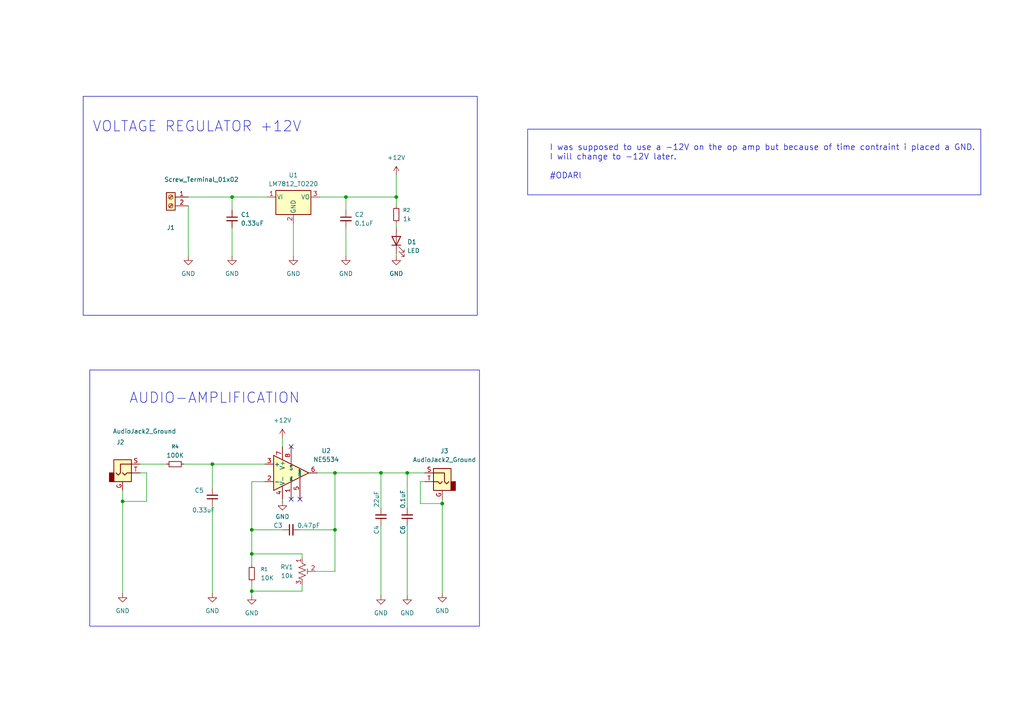
<source format=kicad_sch>
(kicad_sch (version 20250114) (generator "eeschema") (generator_version "9.0")
  (paper "A4")
  (title_block (title "AudioAmplifierPCB") (date "2025-10-19") (company "ODARI-DESIGNS"))
  (lib_symbols
    (symbol "Amplifier_Operational:NE5534" (pin_names (offset 0.127))
      (property "Reference" "U" (at 1.27 6.35 0))
      (property "Value" "NE5534" (at 1.27 3.81 0))
      (symbol "NE5534_0_1"
        (polyline (pts (xy -5.08 5.08) (xy 5.08 0) (xy -5.08 -5.08) (xy -5.08 5.08)) (stroke (width 0.254)) (fill (type background)))
      )
      (symbol "NE5534_1_1"
        (pin input line (at -7.62 2.54 0) (length 2.54) (name "+") (number "3"))
        (pin input line (at -7.62 -2.54 0) (length 2.54) (name "-") (number "2"))
        (pin power_in line (at -2.54 7.62 270) (length 3.81) (name "V+") (number "7"))
        (pin power_in line (at -2.54 -7.62 90) (length 3.81) (name "V-") (number "4"))
        (pin input line (at 0 7.62 270) (length 5.08) (name "C/B") (number "8"))
        (pin input line (at 0 -7.62 90) (length 5.08) (name "BAL") (number "1"))
        (pin input line (at 2.54 -7.62 90) (length 6.35) (name "COMP") (number "5"))
        (pin output line (at 7.62 0 180) (length 2.54) (name "~") (number "6"))
      )
    )
    (symbol "Connector:Screw_Terminal_01x02" (pin_names (offset 1.016) (hide yes))
      (property "Reference" "J" (at 0 2.54 0))
      (property "Value" "Screw_Terminal_01x02" (at 0 -5.08 0))
      (symbol "Screw_Terminal_01x02_1_1"
        (rectangle (start -1.27 1.27) (end 1.27 -3.81) (stroke (width 0.254)) (fill (type background)))
        (polyline (pts (xy -0.5334 0.3302) (xy 0.3302 -0.508)) (stroke (width 0.1524)))
        (polyline (pts (xy -0.5334 -2.2098) (xy 0.3302 -3.048)) (stroke (width 0.1524)))
        (polyline (pts (xy -0.3556 0.508) (xy 0.508 -0.3302)) (stroke (width 0.1524)))
        (polyline (pts (xy -0.3556 -2.032) (xy 0.508 -2.8702)) (stroke (width 0.1524)))
        (circle (center 0 0) (radius 0.635) (stroke (width 0.1524)))
        (circle (center 0 -2.54) (radius 0.635) (stroke (width 0.1524)))
        (pin passive line (at -5.08 0 0) (length 3.81) (name "Pin_1") (number "1"))
        (pin passive line (at -5.08 -2.54 0) (length 3.81) (name "Pin_2") (number "2"))
      )
    )
    (symbol "Connector_Audio:AudioJack2_Ground"
      (property "Reference" "J" (at 0 8.89 0))
      (property "Value" "AudioJack2_Ground" (at 0 6.35 0))
      (symbol "AudioJack2_Ground_0_1"
        (rectangle (start -2.54 -2.54) (end -3.81 0) (stroke (width 0.254)) (fill (type outline)))
        (polyline (pts (xy 0 0) (xy 0.635 -0.635) (xy 1.27 0) (xy 2.54 0)) (stroke (width 0.254)))
        (rectangle (start 2.54 3.81) (end -2.54 -2.54) (stroke (width 0.254)) (fill (type background)))
        (polyline (pts (xy 2.54 2.54) (xy -0.635 2.54) (xy -0.635 0) (xy -1.27 -0.635) (xy -1.905 0)) (stroke (width 0.254)))
      )
      (symbol "AudioJack2_Ground_1_1"
        (pin passive line (at 0 -5.08 90) (length 2.54) (name "~") (number "G"))
        (pin passive line (at 5.08 2.54 180) (length 2.54) (name "~") (number "S"))
        (pin passive line (at 5.08 0 180) (length 2.54) (name "~") (number "T"))
      )
    )
    (symbol "Device:C_Small" (pin_numbers (hide yes)) (pin_names (offset 0.254) (hide yes))
      (property "Reference" "C" (at 0.254 1.778 0))
      (property "Value" "C_Small" (at 0.254 -2.032 0))
      (symbol "C_Small_0_1"
        (polyline (pts (xy -1.524 0.508) (xy 1.524 0.508)) (stroke (width 0.3048)))
        (polyline (pts (xy -1.524 -0.508) (xy 1.524 -0.508)) (stroke (width 0.3302)))
      )
      (symbol "C_Small_1_1"
        (pin passive line (at 0 2.54 270) (length 2.032) (name "~") (number "1"))
        (pin passive line (at 0 -2.54 90) (length 2.032) (name "~") (number "2"))
      )
    )
    (symbol "Device:LED" (pin_numbers (hide yes)) (pin_names (offset 1.016) (hide yes))
      (property "Reference" "D" (at 0 2.54 0))
      (property "Value" "LED" (at 0 -2.54 0))
      (symbol "LED_0_1"
        (polyline (pts (xy -3.048 -0.762) (xy -4.572 -2.286) (xy -3.81 -2.286) (xy -4.572 -2.286) (xy -4.572 -1.524)))
        (polyline (pts (xy -1.778 -0.762) (xy -3.302 -2.286) (xy -2.54 -2.286) (xy -3.302 -2.286) (xy -3.302 -1.524)))
        (polyline (pts (xy -1.27 0) (xy 1.27 0)))
        (polyline (pts (xy -1.27 -1.27) (xy -1.27 1.27)) (stroke (width 0.254)))
        (polyline (pts (xy 1.27 -1.27) (xy 1.27 1.27) (xy -1.27 0) (xy 1.27 -1.27)) (stroke (width 0.254)))
      )
      (symbol "LED_1_1"
        (pin passive line (at -3.81 0 0) (length 2.54) (name "K") (number "1"))
        (pin passive line (at 3.81 0 180) (length 2.54) (name "A") (number "2"))
      )
    )
    (symbol "Device:R_Potentiometer_Trim_US" (pin_names (offset 1.016) (hide yes))
      (property "Reference" "RV" (at -4.445 0 90))
      (property "Value" "R_Potentiometer_Trim_US" (at -2.54 0 90))
      (symbol "R_Potentiometer_Trim_US_0_1"
        (polyline (pts (xy 0 2.286) (xy 0 2.54)))
        (polyline (pts (xy 0 2.286) (xy 1.016 1.905) (xy 0 1.524) (xy -1.016 1.143) (xy 0 0.762)))
        (polyline (pts (xy 0 0.762) (xy 1.016 0.381) (xy 0 0) (xy -1.016 -0.381) (xy 0 -0.762)))
        (polyline (pts (xy 0 -0.762) (xy 1.016 -1.143) (xy 0 -1.524) (xy -1.016 -1.905) (xy 0 -2.286)))
        (polyline (pts (xy 0 -2.286) (xy 0 -2.54)))
        (polyline (pts (xy 1.524 0.762) (xy 1.524 -0.762)))
        (polyline (pts (xy 2.54 0) (xy 1.524 0)))
      )
      (symbol "R_Potentiometer_Trim_US_1_1"
        (pin passive line (at 0 3.81 270) (length 1.27) (name "1") (number "1"))
        (pin passive line (at 0 -3.81 90) (length 1.27) (name "3") (number "3"))
        (pin passive line (at 3.81 0 180) (length 1.27) (name "2") (number "2"))
      )
    )
    (symbol "Device:R_Small" (pin_numbers (hide yes)) (pin_names (offset 0.254) (hide yes))
      (property "Reference" "R" (at 0 0 90))
      (property "Value" "R_Small" (at 1.778 0 90))
      (symbol "R_Small_0_1"
        (rectangle (start -0.762 1.778) (end 0.762 -1.778) (stroke (width 0.2032)))
      )
      (symbol "R_Small_1_1"
        (pin passive line (at 0 2.54 270) (length 0.762) (name "~") (number "1"))
        (pin passive line (at 0 -2.54 90) (length 0.762) (name "~") (number "2"))
      )
    )
    (symbol "Regulator_Linear:LM7812_TO220" (pin_names (offset 0.254))
      (property "Reference" "U" (at -3.81 3.175 0))
      (property "Value" "LM7812_TO220" (at 0 3.175 0))
      (symbol "LM7812_TO220_0_1"
        (rectangle (start -5.08 1.905) (end 5.08 -5.08) (stroke (width 0.254)) (fill (type background)))
      )
      (symbol "LM7812_TO220_1_1"
        (pin power_in line (at -7.62 0 0) (length 2.54) (name "VI") (number "1"))
        (pin power_in line (at 0 -7.62 90) (length 2.54) (name "GND") (number "2"))
        (pin power_out line (at 7.62 0 180) (length 2.54) (name "VO") (number "3"))
      )
    )
    (symbol "power:+12V" (power) (pin_numbers (hide yes)) (pin_names (offset 0) (hide yes))
      (property "Value" "+12V" (at 0 3.556 0))
      (symbol "+12V_0_1"
        (polyline (pts (xy -0.762 1.27) (xy 0 2.54)))
        (polyline (pts (xy 0 2.54) (xy 0.762 1.27)))
        (polyline (pts (xy 0 0) (xy 0 2.54)))
      )
      (symbol "+12V_1_1"
        (pin power_in line (at 0 0 90) (length 0) (name "~") (number "1"))
      )
    )
    (symbol "power:GND" (power) (pin_numbers (hide yes)) (pin_names (offset 0) (hide yes))
      (property "Value" "GND" (at 0 -3.81 0))
      (symbol "GND_0_1"
        (polyline (pts (xy 0 0) (xy 0 -1.27) (xy 1.27 -1.27) (xy 0 -2.54) (xy -1.27 -1.27) (xy 0 -1.27)))
      )
      (symbol "GND_1_1"
        (pin power_in line (at 0 0 270) (length 0) (name "~") (number "1"))
      )
    )
  )
  (rectangle (start 24.13 27.94) (end 138.43 91.44))
  (rectangle (start 26.035 107.315) (end 139.065 181.61))
  (rectangle (start 153.035 37.465) (end 284.48 56.515))
  (text "I was supposed to use a -12V on the op amp but because of time contraint i placed a GND. \nI will change to -12V later.\n\n#ODARI\n" (at 159.385 46.99 0) (effects (font (size 1.7 1.7)) (justify left)))
  (text "AUDIO-AMPLIFICATION\n" (at 62.23 115.57 0) (effects (font (size 3 3))))
  (text "VOLTAGE REGULATOR +12V" (at 57.15 36.83 0) (effects (font (size 3 3))))
  (junction (at 100.33 57.15))
  (junction (at 35.56 145.415))
  (junction (at 97.155 137.16))
  (junction (at 73.025 171.45))
  (junction (at 118.11 137.16))
  (junction (at 128.27 146.05))
  (junction (at 73.025 153.67))
  (junction (at 73.025 160.655))
  (junction (at 110.49 137.16))
  (junction (at 97.155 153.67))
  (junction (at 61.595 134.62))
  (junction (at 114.935 57.15))
  (junction (at 67.31 57.15))
  (no_connect (at 84.455 144.78))
  (no_connect (at 84.455 129.54))
  (no_connect (at 86.995 144.78))
  (wire (pts (xy 114.935 50.8) (xy 114.935 57.15)))
  (wire (pts (xy 73.025 168.91) (xy 73.025 171.45)))
  (wire (pts (xy 123.19 139.7) (xy 121.92 139.7)))
  (wire (pts (xy 114.935 64.77) (xy 114.935 66.04)))
  (wire (pts (xy 67.31 57.15) (xy 67.31 60.96)))
  (wire (pts (xy 114.935 57.15) (xy 100.33 57.15)))
  (wire (pts (xy 91.44 165.735) (xy 97.155 165.735)))
  (wire (pts (xy 73.025 153.67) (xy 73.025 139.7)))
  (wire (pts (xy 110.49 137.16) (xy 118.11 137.16)))
  (wire (pts (xy 97.155 153.67) (xy 97.155 165.735)))
  (wire (pts (xy 114.935 74.295) (xy 114.935 73.66)))
  (wire (pts (xy 42.545 137.16) (xy 42.545 145.415)))
  (wire (pts (xy 110.49 152.4) (xy 110.49 172.72)))
  (wire (pts (xy 118.11 147.32) (xy 118.11 137.16)))
  (wire (pts (xy 73.025 139.7) (xy 76.835 139.7)))
  (wire (pts (xy 73.025 171.45) (xy 87.63 171.45)))
  (wire (pts (xy 92.71 57.15) (xy 100.33 57.15)))
  (wire (pts (xy 86.995 153.67) (xy 97.155 153.67)))
  (wire (pts (xy 61.595 134.62) (xy 76.835 134.62)))
  (wire (pts (xy 121.92 139.7) (xy 121.92 146.05)))
  (wire (pts (xy 81.915 144.78) (xy 81.915 145.415)))
  (wire (pts (xy 53.34 134.62) (xy 61.595 134.62)))
  (wire (pts (xy 114.935 57.15) (xy 114.935 59.69)))
  (wire (pts (xy 85.09 64.77) (xy 85.09 74.295)))
  (wire (pts (xy 73.025 153.67) (xy 81.915 153.67)))
  (wire (pts (xy 54.61 57.15) (xy 67.31 57.15)))
  (wire (pts (xy 67.31 66.04) (xy 67.31 74.295)))
  (wire (pts (xy 97.155 153.67) (xy 97.155 137.16)))
  (wire (pts (xy 121.92 146.05) (xy 128.27 146.05)))
  (wire (pts (xy 40.64 134.62) (xy 48.26 134.62)))
  (wire (pts (xy 61.595 146.685) (xy 61.595 172.085)))
  (wire (pts (xy 92.075 137.16) (xy 97.155 137.16)))
  (wire (pts (xy 40.64 137.16) (xy 42.545 137.16)))
  (wire (pts (xy 100.33 66.04) (xy 100.33 74.295)))
  (wire (pts (xy 97.155 137.16) (xy 110.49 137.16)))
  (wire (pts (xy 81.915 127) (xy 81.915 129.54)))
  (wire (pts (xy 128.27 144.78) (xy 128.27 146.05)))
  (wire (pts (xy 67.31 57.15) (xy 77.47 57.15)))
  (wire (pts (xy 87.63 161.925) (xy 87.63 160.655)))
  (wire (pts (xy 118.11 137.16) (xy 123.19 137.16)))
  (wire (pts (xy 100.33 60.96) (xy 100.33 57.15)))
  (wire (pts (xy 128.27 146.05) (xy 128.27 172.085)))
  (wire (pts (xy 73.025 160.655) (xy 87.63 160.655)))
  (wire (pts (xy 87.63 169.545) (xy 87.63 171.45)))
  (wire (pts (xy 35.56 145.415) (xy 35.56 172.085)))
  (wire (pts (xy 35.56 145.415) (xy 42.545 145.415)))
  (wire (pts (xy 73.025 171.45) (xy 73.025 172.72)))
  (wire (pts (xy 73.025 153.67) (xy 73.025 160.655)))
  (wire (pts (xy 35.56 142.24) (xy 35.56 145.415)))
  (wire (pts (xy 118.11 152.4) (xy 118.11 172.72)))
  (wire (pts (xy 61.595 141.605) (xy 61.595 134.62)))
  (wire (pts (xy 110.49 147.32) (xy 110.49 137.16)))
  (wire (pts (xy 73.025 160.655) (xy 73.025 163.83)))
  (wire (pts (xy 54.61 59.69) (xy 54.61 74.295)))
  (symbol (lib_id "Device:C_Small") (at 67.31 63.5 0) (unit 1)
    (property "Reference" "C1" (at 69.85 62.2362 0) (effects (justify left)))
    (property "Value" "0.33uF" (at 69.85 64.7762 0) (effects (justify left)))
    (property "Footprint" "Capacitor_THT:CP_Radial_D4.0mm_P1.50mm" (effects (hide yes)))
    (property "Description" "Unpolarized capacitor, small symbol" (effects (hide yes)))
  )
  (symbol (lib_id "Device:C_Small") (at 84.455 153.67 90) (unit 1)
    (property "Reference" "C3" (at 80.645 152.4 90))
    (property "Value" "0.47pF" (at 89.535 152.4 90))
    (property "Footprint" "Capacitor_SMD:C_0805_2012Metric_Pad1.18x1.45mm_HandSolder" (effects (hide yes)))
    (property "Description" "Unpolarized capacitor, small symbol" (effects (hide yes)))
  )
  (symbol (lib_id "Device:C_Small") (at 118.11 149.86 180) (unit 1)
    (property "Reference" "C6" (at 116.84 153.67 90))
    (property "Value" "0.1uF" (at 116.84 144.78 90))
    (property "Footprint" "Capacitor_THT:C_Disc_D3.0mm_W1.6mm_P2.50mm" (effects (hide yes)))
    (property "Description" "Unpolarized capacitor, small symbol" (effects (hide yes)))
  )
  (symbol (lib_id "power:GND") (at 81.915 145.415 0) (unit 1)
    (property "Reference" "#PWR012" (effects (hide yes)))
    (property "Value" "GND" (at 81.915 149.86 0))
    (property "Description" "Power symbol creates a global label with name \"GND\" , ground" (effects (hide yes)))
  )
  (symbol (lib_id "power:GND") (at 118.11 172.72 0) (unit 1)
    (property "Reference" "#PWR013" (effects (hide yes)))
    (property "Value" "GND" (at 118.11 177.8 0))
    (property "Description" "Power symbol creates a global label with name \"GND\" , ground" (effects (hide yes)))
  )
  (symbol (lib_id "Connector_Audio:AudioJack2_Ground") (at 35.56 137.16 0) (unit 1)
    (property "Reference" "J2" (at 34.925 128.27 0))
    (property "Value" "AudioJack2_Ground" (at 41.91 125.095 0))
    (property "Footprint" "Connector_Audio:Jack_3.5mm_CUI_SJ-3523-SMT_Horizontal" (effects (hide yes)))
    (property "Description" "Audio Jack, 2 Poles (Mono / TS), Grounded Sleeve" (effects (hide yes)))
  )
  (symbol (lib_id "Device:R_Potentiometer_Trim_US") (at 87.63 165.735 0) (unit 1)
    (property "Reference" "RV1" (at 85.09 164.4649 0) (effects (justify right)))
    (property "Value" "10k" (at 85.09 167.0049 0) (effects (justify right)))
    (property "Footprint" "Potentiometer_THT:Potentiometer_Piher_PT-10-H05_Horizontal" (effects (hide yes)))
    (property "Description" "Trim-potentiometer, US symbol" (effects (hide yes)))
  )
  (symbol (lib_id "Connector_Audio:AudioJack2_Ground") (at 128.27 139.7 0) (mirror y) (unit 1)
    (property "Reference" "J3" (at 128.905 130.81 0))
    (property "Value" "AudioJack2_Ground" (at 128.905 133.35 0))
    (property "Footprint" "Connector_Audio:Jack_3.5mm_CUI_SJ-3523-SMT_Horizontal" (effects (hide yes)))
    (property "Description" "Audio Jack, 2 Poles (Mono / TS), Grounded Sleeve" (effects (hide yes)))
  )
  (symbol (lib_id "Connector:Screw_Terminal_01x02") (at 49.53 57.15 0) (mirror y) (unit 1)
    (property "Reference" "J1" (at 49.53 66.04 0))
    (property "Value" "Screw_Terminal_01x02" (at 58.42 52.07 0))
    (property "Footprint" "TerminalBlock:TerminalBlock_MaiXu_MX126-5.0-02P_1x02_P5.00mm" (effects (hide yes)))
    (property "Description" "Generic screw terminal, single row, 01x02, script generated (kicad-library-utils/schlib/autogen/connector/)" (effects (hide yes)))
  )
  (symbol (lib_id "power:GND") (at 73.025 172.72 0) (unit 1)
    (property "Reference" "#PWR06" (effects (hide yes)))
    (property "Value" "GND" (at 73.025 177.8 0))
    (property "Description" "Power symbol creates a global label with name \"GND\" , ground" (effects (hide yes)))
  )
  (symbol (lib_id "Device:R_Small") (at 50.8 134.62 90) (unit 1)
    (property "Reference" "R4" (at 50.8 129.54 90) (effects (font (size 1.016 1.016))))
    (property "Value" "100K" (at 50.8 132.08 90))
    (property "Footprint" "Resistor_SMD:R_0805_2012Metric_Pad1.20x1.40mm_HandSolder" (effects (hide yes)))
    (property "Description" "Resistor, small symbol" (effects (hide yes)))
  )
  (symbol (lib_id "power:+12V") (at 114.935 50.8 0) (unit 1)
    (property "Reference" "#PWR05" (effects (hide yes)))
    (property "Value" "+12V" (at 114.935 45.72 0))
    (property "Description" "Power symbol creates a global label with name \"+12V\"" (effects (hide yes)))
  )
  (symbol (lib_id "power:+12V") (at 81.915 127 0) (unit 1)
    (property "Reference" "#PWR010" (effects (hide yes)))
    (property "Value" "+12V" (at 81.915 121.92 0))
    (property "Description" "Power symbol creates a global label with name \"+12V\"" (effects (hide yes)))
  )
  (symbol (lib_id "power:GND") (at 67.31 74.295 0) (unit 1)
    (property "Reference" "#PWR02" (effects (hide yes)))
    (property "Value" "GND" (at 67.31 79.375 0))
    (property "Description" "Power symbol creates a global label with name \"GND\" , ground" (effects (hide yes)))
  )
  (symbol (lib_id "Regulator_Linear:LM7812_TO220") (at 85.09 57.15 0) (unit 1)
    (property "Reference" "U1" (at 85.09 50.8 0))
    (property "Value" "LM7812_TO220" (at 85.09 53.34 0))
    (property "Footprint" "Package_TO_SOT_THT:TO-220-3_Vertical" (effects (hide yes)))
    (property "Datasheet" "https://www.onsemi.cn/PowerSolutions/document/MC7800-D.PDF" (effects (hide yes)))
    (property "Description" "Positive 1A 35V Linear Regulator, Fixed Output 12V, TO-220" (effects (hide yes)))
  )
  (symbol (lib_id "power:GND") (at 114.935 74.295 0) (unit 1)
    (property "Reference" "#PWR014" (effects (hide yes)))
    (property "Value" "GND" (at 114.935 79.375 0))
    (property "Description" "Power symbol creates a global label with name \"GND\" , ground" (effects (hide yes)))
  )
  (symbol (lib_id "Device:C_Small") (at 110.49 149.86 180) (unit 1)
    (property "Reference" "C4" (at 109.22 153.67 90))
    (property "Value" "22uF" (at 109.22 144.78 90))
    (property "Footprint" "Capacitor_THT:CP_Radial_D4.0mm_P1.50mm" (effects (hide yes)))
    (property "Description" "Unpolarized capacitor, small symbol" (effects (hide yes)))
  )
  (symbol (lib_id "power:GND") (at 110.49 172.72 0) (unit 1)
    (property "Reference" "#PWR07" (effects (hide yes)))
    (property "Value" "GND" (at 110.49 177.8 0))
    (property "Description" "Power symbol creates a global label with name \"GND\" , ground" (effects (hide yes)))
  )
  (symbol (lib_id "Device:R_Small") (at 73.025 166.37 0) (unit 1)
    (property "Reference" "R1" (at 75.565 165.0999 0) (effects (font (size 1.016 1.016)) (justify left)))
    (property "Value" "10K" (at 75.565 167.6399 0) (effects (justify left)))
    (property "Footprint" "Resistor_SMD:R_0805_2012Metric_Pad1.20x1.40mm_HandSolder" (effects (hide yes)))
    (property "Description" "Resistor, small symbol" (effects (hide yes)))
  )
  (symbol (lib_id "power:GND") (at 54.61 74.295 0) (unit 1)
    (property "Reference" "#PWR01" (effects (hide yes)))
    (property "Value" "GND" (at 54.61 79.375 0))
    (property "Description" "Power symbol creates a global label with name \"GND\" , ground" (effects (hide yes)))
  )
  (symbol (lib_id "power:GND") (at 85.09 74.295 0) (unit 1)
    (property "Reference" "#PWR03" (effects (hide yes)))
    (property "Value" "GND" (at 85.09 79.375 0))
    (property "Description" "Power symbol creates a global label with name \"GND\" , ground" (effects (hide yes)))
  )
  (symbol (lib_id "Device:LED") (at 114.935 69.85 90) (unit 1)
    (property "Reference" "D1" (at 118.11 70.1674 90) (effects (justify right)))
    (property "Value" "LED" (at 118.11 72.7074 90) (effects (justify right)))
    (property "Footprint" "LED_SMD:LED_0805_2012Metric_Pad1.15x1.40mm_HandSolder" (effects (hide yes)))
    (property "Description" "Light emitting diode" (effects (hide yes)))
    (property "Sim.Pins" "1=K 2=A" (effects (hide yes)))
  )
  (symbol (lib_id "Device:C_Small") (at 100.33 63.5 0) (unit 1)
    (property "Reference" "C2" (at 102.87 62.2362 0) (effects (justify left)))
    (property "Value" "0.1uF" (at 102.87 64.7762 0) (effects (justify left)))
    (property "Footprint" "Capacitor_THT:CP_Radial_D4.0mm_P1.50mm" (effects (hide yes)))
    (property "Description" "Unpolarized capacitor, small symbol" (effects (hide yes)))
  )
  (symbol (lib_id "Amplifier_Operational:NE5534") (at 84.455 137.16 0) (unit 1)
    (property "Reference" "U2" (at 94.615 130.7398 0))
    (property "Value" "NE5534" (at 94.615 133.2798 0))
    (property "Footprint" "Package_TO_SOT_THT:TO-220-3_Vertical" (effects (hide yes)))
    (property "Datasheet" "http://www.ti.com/lit/ds/symlink/ne5534.pdf" (effects (hide yes)))
    (property "Description" "Single Low-Noise Operational Amplifiers, DIP-8/SOIC-8" (effects (hide yes)))
  )
  (symbol (lib_id "power:GND") (at 100.33 74.295 0) (unit 1)
    (property "Reference" "#PWR04" (effects (hide yes)))
    (property "Value" "GND" (at 100.33 79.375 0))
    (property "Description" "Power symbol creates a global label with name \"GND\" , ground" (effects (hide yes)))
  )
  (symbol (lib_id "power:GND") (at 61.595 172.085 0) (unit 1)
    (property "Reference" "#PWR09" (effects (hide yes)))
    (property "Value" "GND" (at 61.595 177.165 0))
    (property "Description" "Power symbol creates a global label with name \"GND\" , ground" (effects (hide yes)))
  )
  (symbol (lib_id "power:GND") (at 128.27 172.085 0) (unit 1)
    (property "Reference" "#PWR011" (effects (hide yes)))
    (property "Value" "GND" (at 128.27 177.165 0))
    (property "Description" "Power symbol creates a global label with name \"GND\" , ground" (effects (hide yes)))
  )
  (symbol (lib_id "Device:C_Small") (at 61.595 144.145 180) (unit 1)
    (property "Reference" "C5" (at 57.785 142.24 0))
    (property "Value" "0.33uF" (at 59.055 147.955 0))
    (property "Footprint" "Capacitor_SMD:C_0805_2012Metric_Pad1.18x1.45mm_HandSolder" (effects (hide yes)))
    (property "Description" "Unpolarized capacitor, small symbol" (effects (hide yes)))
  )
  (symbol (lib_id "power:GND") (at 35.56 172.085 0) (unit 1)
    (property "Reference" "#PWR08" (effects (hide yes)))
    (property "Value" "GND" (at 35.56 177.165 0))
    (property "Description" "Power symbol creates a global label with name \"GND\" , ground" (effects (hide yes)))
  )
  (symbol (lib_id "Device:R_Small") (at 114.935 62.23 0) (unit 1)
    (property "Reference" "R2" (at 116.84 60.9599 0) (effects (font (size 1.016 1.016)) (justify left)))
    (property "Value" "1k" (at 116.84 63.4999 0) (effects (justify left)))
    (property "Footprint" "Resistor_SMD:R_0805_2012Metric_Pad1.20x1.40mm_HandSolder" (effects (hide yes)))
    (property "Description" "Resistor, small symbol" (effects (hide yes)))
  )
)
</source>
